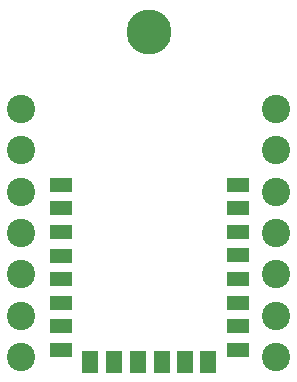
<source format=gbs>
G04 Layer_Color=16711935*
%FSAX24Y24*%
%MOIN*%
G70*
G01*
G75*
%ADD26C,0.0945*%
%ADD28C,0.1500*%
%ADD29R,0.0750X0.0450*%
%ADD30R,0.0550X0.0750*%
D26*
X200550Y132334D02*
D03*
Y136468D02*
D03*
Y135090D02*
D03*
Y133712D02*
D03*
X209050Y133712D02*
D03*
Y135090D02*
D03*
Y130956D02*
D03*
Y128200D02*
D03*
Y136468D02*
D03*
Y132334D02*
D03*
X200550Y130956D02*
D03*
Y128200D02*
D03*
Y129578D02*
D03*
X209050Y129578D02*
D03*
D28*
X204800Y139050D02*
D03*
D29*
X201860Y133945D02*
D03*
Y133165D02*
D03*
Y132365D02*
D03*
Y131585D02*
D03*
Y130795D02*
D03*
Y130005D02*
D03*
Y129225D02*
D03*
X207760Y128445D02*
D03*
Y130015D02*
D03*
Y130795D02*
D03*
Y131595D02*
D03*
Y132375D02*
D03*
Y133165D02*
D03*
X201860Y128435D02*
D03*
X207760Y129235D02*
D03*
Y133945D02*
D03*
D30*
X202845Y128050D02*
D03*
X203645D02*
D03*
X204425D02*
D03*
X205225D02*
D03*
X206005D02*
D03*
X206785D02*
D03*
M02*

</source>
